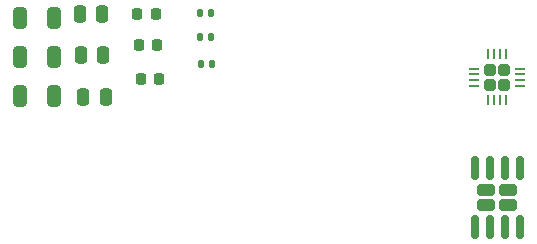
<source format=gbr>
%TF.GenerationSoftware,KiCad,Pcbnew,(6.0.1)*%
%TF.CreationDate,2023-03-31T22:37:06-07:00*%
%TF.ProjectId,test_pcb,74657374-5f70-4636-922e-6b696361645f,rev?*%
%TF.SameCoordinates,Original*%
%TF.FileFunction,Paste,Top*%
%TF.FilePolarity,Positive*%
%FSLAX46Y46*%
G04 Gerber Fmt 4.6, Leading zero omitted, Abs format (unit mm)*
G04 Created by KiCad (PCBNEW (6.0.1)) date 2023-03-31 22:37:06*
%MOMM*%
%LPD*%
G01*
G04 APERTURE LIST*
G04 Aperture macros list*
%AMRoundRect*
0 Rectangle with rounded corners*
0 $1 Rounding radius*
0 $2 $3 $4 $5 $6 $7 $8 $9 X,Y pos of 4 corners*
0 Add a 4 corners polygon primitive as box body*
4,1,4,$2,$3,$4,$5,$6,$7,$8,$9,$2,$3,0*
0 Add four circle primitives for the rounded corners*
1,1,$1+$1,$2,$3*
1,1,$1+$1,$4,$5*
1,1,$1+$1,$6,$7*
1,1,$1+$1,$8,$9*
0 Add four rect primitives between the rounded corners*
20,1,$1+$1,$2,$3,$4,$5,0*
20,1,$1+$1,$4,$5,$6,$7,0*
20,1,$1+$1,$6,$7,$8,$9,0*
20,1,$1+$1,$8,$9,$2,$3,0*%
G04 Aperture macros list end*
%ADD10RoundRect,0.250000X-0.325000X-0.650000X0.325000X-0.650000X0.325000X0.650000X-0.325000X0.650000X0*%
%ADD11RoundRect,0.140000X-0.140000X-0.170000X0.140000X-0.170000X0.140000X0.170000X-0.140000X0.170000X0*%
%ADD12RoundRect,0.225000X-0.225000X-0.250000X0.225000X-0.250000X0.225000X0.250000X-0.225000X0.250000X0*%
%ADD13RoundRect,0.250000X-0.250000X-0.475000X0.250000X-0.475000X0.250000X0.475000X-0.250000X0.475000X0*%
%ADD14RoundRect,0.247500X0.247500X-0.247500X0.247500X0.247500X-0.247500X0.247500X-0.247500X-0.247500X0*%
%ADD15RoundRect,0.062500X0.062500X-0.337500X0.062500X0.337500X-0.062500X0.337500X-0.062500X-0.337500X0*%
%ADD16RoundRect,0.062500X0.337500X-0.062500X0.337500X0.062500X-0.337500X0.062500X-0.337500X-0.062500X0*%
%ADD17RoundRect,0.242500X0.527500X-0.242500X0.527500X0.242500X-0.527500X0.242500X-0.527500X-0.242500X0*%
%ADD18RoundRect,0.150000X0.150000X-0.825000X0.150000X0.825000X-0.150000X0.825000X-0.150000X-0.825000X0*%
G04 APERTURE END LIST*
D10*
%TO.C,REF\u002A\u002A*%
X23146138Y-52565062D03*
X26096138Y-52565062D03*
%TD*%
%TO.C,REF\u002A\u002A*%
X23146138Y-59165062D03*
X26096138Y-59165062D03*
%TD*%
%TO.C,REF\u002A\u002A*%
X23146138Y-55865062D03*
X26096138Y-55865062D03*
%TD*%
D11*
%TO.C,REF\u002A\u002A*%
X39476738Y-56486462D03*
X38516738Y-56486462D03*
%TD*%
%TO.C,REF\u002A\u002A*%
X39376738Y-54186462D03*
X38416738Y-54186462D03*
%TD*%
%TO.C,REF\u002A\u002A*%
X39376738Y-52186462D03*
X38416738Y-52186462D03*
%TD*%
D12*
%TO.C,REF\u002A\u002A*%
X34971738Y-57786462D03*
X33421738Y-57786462D03*
%TD*%
%TO.C,REF\u002A\u002A*%
X34771738Y-54886462D03*
X33221738Y-54886462D03*
%TD*%
%TO.C,REF\u002A\u002A*%
X34671738Y-52286462D03*
X33121738Y-52286462D03*
%TD*%
D13*
%TO.C,REF\u002A\u002A*%
X30446738Y-59286462D03*
X28546738Y-59286462D03*
%TD*%
%TO.C,REF\u002A\u002A*%
X30246738Y-55686462D03*
X28346738Y-55686462D03*
%TD*%
%TO.C,REF\u002A\u002A*%
X30146738Y-52286462D03*
X28246738Y-52286462D03*
%TD*%
D14*
%TO.C,REF\u002A\u002A*%
X62965919Y-57013355D03*
X62965919Y-58233355D03*
X64185919Y-57013355D03*
X64185919Y-58233355D03*
D15*
X62825919Y-59573355D03*
X63325919Y-59573355D03*
X63825919Y-59573355D03*
X64325919Y-59573355D03*
D16*
X65525919Y-58373355D03*
X65525919Y-57873355D03*
X65525919Y-57373355D03*
X65525919Y-56873355D03*
D15*
X64325919Y-55673355D03*
X63825919Y-55673355D03*
X63325919Y-55673355D03*
X62825919Y-55673355D03*
D16*
X61625919Y-56873355D03*
X61625919Y-57373355D03*
X61625919Y-57873355D03*
X61625919Y-58373355D03*
%TD*%
D17*
%TO.C,REF\u002A\u002A*%
X62625919Y-67183355D03*
X62625919Y-68383355D03*
X64525919Y-68383355D03*
X64525919Y-67183355D03*
D18*
X61670919Y-70258355D03*
X62940919Y-70258355D03*
X64210919Y-70258355D03*
X65480919Y-70258355D03*
X65480919Y-65308355D03*
X64210919Y-65308355D03*
X62940919Y-65308355D03*
X61670919Y-65308355D03*
%TD*%
M02*

</source>
